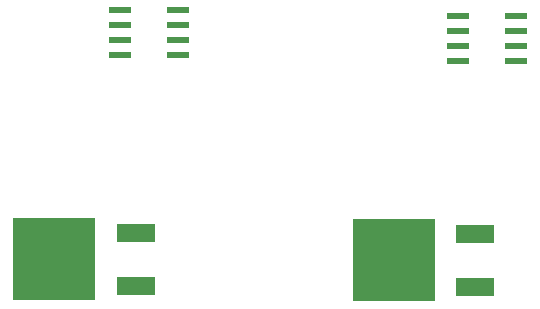
<source format=gtp>
G04 Layer_Color=8421504*
%FSLAX25Y25*%
%MOIN*%
G70*
G01*
G75*
%ADD10R,0.12598X0.05906*%
%ADD11R,0.27559X0.27559*%
%ADD12R,0.07800X0.02100*%
D10*
X256535Y504291D02*
D03*
Y522244D02*
D03*
X369685Y503937D02*
D03*
Y521890D02*
D03*
D11*
X229370Y513346D02*
D03*
X342520Y512992D02*
D03*
D12*
X270613Y596409D02*
D03*
Y591409D02*
D03*
Y586409D02*
D03*
Y581409D02*
D03*
X251213D02*
D03*
Y586409D02*
D03*
Y591409D02*
D03*
Y596409D02*
D03*
X383263Y594555D02*
D03*
Y589555D02*
D03*
Y584555D02*
D03*
Y579555D02*
D03*
X363863D02*
D03*
Y584555D02*
D03*
Y589555D02*
D03*
Y594555D02*
D03*
M02*

</source>
